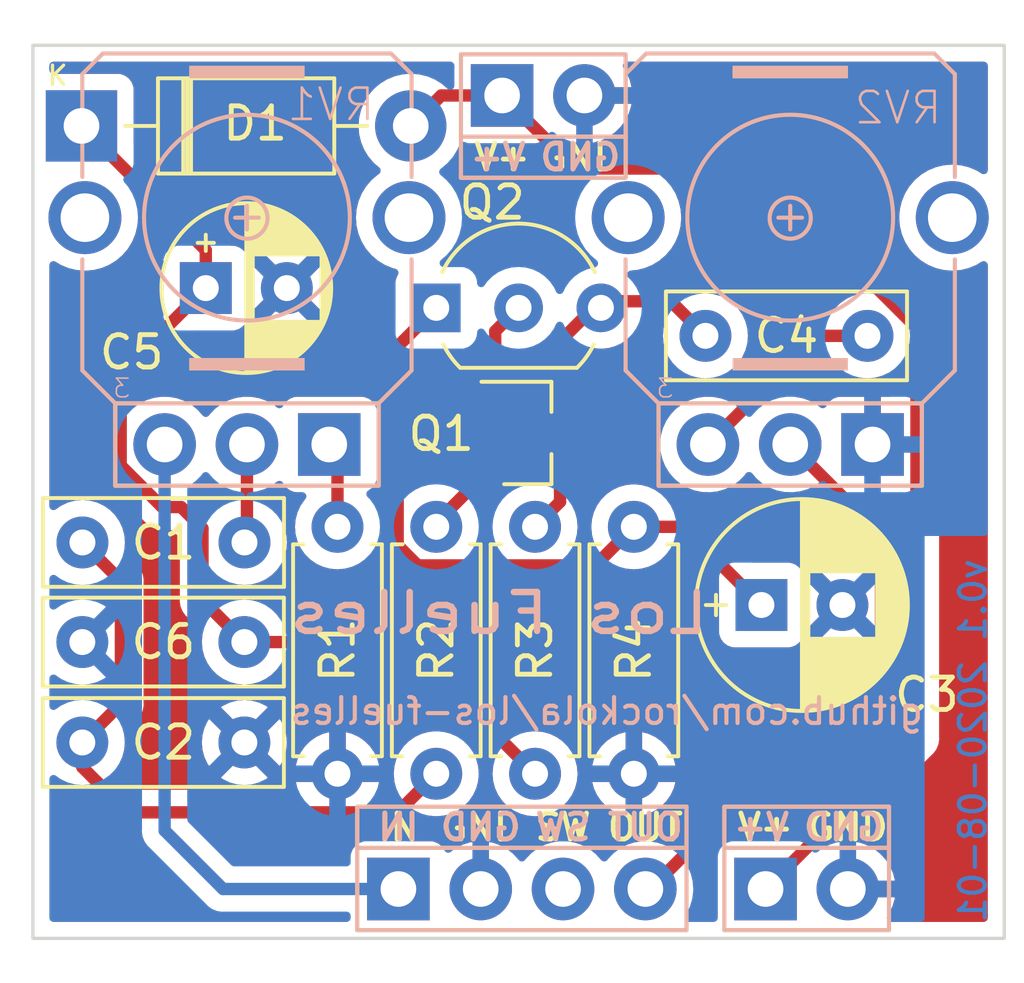
<source format=kicad_pcb>
(kicad_pcb (version 20211014) (generator pcbnew)
  (layers (0 "F.Cu" signal) (31 "B.Cu" signal) (34 "B.Paste" user) (35 "F.Paste" user) (36 "B.SilkS" user "B.Silkscreen") (37 "F.SilkS" user "F.Silkscreen") (38 "B.Mask" user) (39 "F.Mask" user) (44 "Edge.Cuts" user))
  (property "DATE" "2020-08-01")
  (property "PROJECT_URL" "github.com/rockola/los-fuelles")
  (property "REVISION" "v0.1")
  (property "TITLE" "Los Fuelles")
  (net 0 "")
  (net 1 "Net-(C1-Pad2)")
  (net 2 "Net-(C1-Pad1)")
  (net 3 "GND")
  (net 4 "Net-(C3-Pad1)")
  (net 5 "Net-(C4-Pad2)")
  (net 6 "Net-(C4-Pad1)")
  (net 7 "+9V")
  (net 8 "Net-(D1-Pad2)")
  (net 9 "IN")
  (net 10 "OUT")
  (net 11 "Net-(Q1-Pad2)")
  (net 12 "Net-(Q1-Pad1)")
  (net 13 "Net-(R1-Pad1)")
  (footprint "rockola_kicad_footprints:C_Box_7.2_2.5" (layer "F.Cu") (at 121.158 107.442)
    (fp_text reference "C6" (at 2.5 0) (layer "F.SilkS"))
    (fp_text value "100n")
    (fp_line (start -1.22 -1.37) (end -1.22 1.37) (layer "F.SilkS") (width 0.12))
    (fp_line (start -1.22 1.37) (end 6.22 1.37) (layer "F.SilkS") (width 0.12))
    (fp_line (start -1.22 -1.37) (end 6.22 -1.37) (layer "F.SilkS") (width 0.12))
    (fp_line (start 6.22 -1.37) (end 6.22 1.37) (layer "F.SilkS") (width 0.12))
    (pad "1" thru_hole circle locked (at 0 0) (size 1.6 1.6) (drill 0.8) (layers *.Cu *.Mask) (net 3 "GND"))
    (pad "2" thru_hole circle locked (at 5 0) (size 1.6 1.6) (drill 0.8) (layers *.Cu *.Mask) (net 7 "+9V"))
  )
  (footprint "rockola_kicad_footprints:R_DIN0207" (layer "F.Cu") (at 135.128 111.506 90)
    (fp_text reference "R3" (at 3.81 0 90) (layer "F.SilkS"))
    (fp_text value "22k")
    (fp_line (start 7.08 -1.37) (end 7.08 -1.04) (layer "F.SilkS") (width 0.12))
    (fp_line (start 0.54 1.04) (end 0.54 1.37) (layer "F.SilkS") (width 0.12))
    (fp_line (start 0.54 1.37) (end 7.08 1.37) (layer "F.SilkS") (width 0.12))
    (fp_line (start 0.54 -1.04) (end 0.54 -1.37) (layer "F.SilkS") (width 0.12))
    (fp_line (start 7.08 1.37) (end 7.08 1.04) (layer "F.SilkS") (width 0.12))
    (fp_line (start 0.54 -1.37) (end 7.08 -1.37) (layer "F.SilkS") (width 0.12))
    (pad "1" thru_hole circle locked (at 0 0 90) (size 1.6 1.6) (drill 0.8) (layers *.Cu *.Mask) (net 7 "+9V"))
    (pad "2" thru_hole oval locked (at 7.62 0 90) (size 1.6 1.6) (drill 0.8) (layers *.Cu *.Mask) (net 6 "Net-(C4-Pad1)"))
  )
  (footprint "potentiometers:9MM_METAL_SHAFT" (layer "F.Cu") (at 126.238 101.346)
    (fp_text reference "RV1" (at 2.5908 -10.4902) (layer "B.SilkS") (effects (font (size 0.9652 0.9652) (thickness 0.08128)) (justify mirror)))
    (fp_text value "Gain B250k" hide)
    (fp_text user "3" (at -3.556 -1.397) (layer "B.SilkS") (effects (font (size 0.57912 0.57912) (thickness 0.048768)) (justify left bottom mirror)))
    (fp_line (start 4.064 1.27) (end -4.064 1.27) (layer "B.SilkS") (width 0.127))
    (fp_line (start -5.08 -11.43) (end -5.08 -8.255) (layer "B.SilkS") (width 0.127))
    (fp_line (start 4.064 -1.27) (end 5.08 -2.286) (layer "B.SilkS") (width 0.127))
    (fp_line (start 5.08 -2.286) (end 5.08 -5.715) (layer "B.SilkS") (width 0.127))
    (fp_line (start 0 -7.365) (end 0 -6.635) (layer "B.SilkS") (width 0.127))
    (fp_line (start 5.08 -11.43) (end 5.08 -8.255) (layer "B.SilkS") (width 0.127))
    (fp_line (start -5.08 -2.286) (end -5.08 -5.715) (layer "B.SilkS") (width 0.127))
    (fp_line (start -4.064 1.27) (end -4.064 -1.27) (layer "B.SilkS") (width 0.127))
    (fp_line (start 4.064 -1.27) (end 4.064 1.27) (layer "B.SilkS") (width 0.127))
    (fp_line (start -4.445 -12.065) (end 4.445 -12.065) (layer "B.SilkS") (width 0.127))
    (fp_line (start -4.064 -1.27) (end 4.064 -1.27) (layer "B.SilkS") (width 0.127))
    (fp_line (start -0.365 -7) (end 0.365 -7) (layer "B.SilkS") (width 0.127))
    (fp_line (start -5.08 -11.43) (end -4.445 -12.065) (layer "B.SilkS") (width 0.127))
    (fp_line (start 4.445 -12.065) (end 5.08 -11.43) (layer "B.SilkS") (width 0.127))
    (fp_line (start -5.08 -2.286) (end -4.064 -1.27) (layer "B.SilkS") (width 0.127))
    (fp_circle (center 0 -6.985) (end 0.635 -6.985) (layer "B.SilkS") (width 0.127) (fill none))
    (fp_circle (center 0 -7) (end 3.175 -7) (layer "B.SilkS") (width 0.127) (fill none))
    (fp_poly (pts (xy -1.778 -11.303) (xy 1.778 -11.303) (xy 1.778 -11.684) (xy -1.778 -11.684)) (layer "B.SilkS") (width 0) (fill solid))
    (fp_poly (pts (xy -1.778 -2.286) (xy 1.778 -2.286) (xy 1.778 -2.667) (xy -1.778 -2.667)) (layer "B.SilkS") (width 0) (fill solid))
    (fp_line (start -4.064 1.27) (end 4.064 1.27) (layer "F.SilkS") (width 0.127))
    (fp_line (start 4.064 -1.27) (end -4.064 -1.27) (layer "F.SilkS") (width 0.127))
    (fp_line (start 4.064 1.27) (end 4.064 -1.27) (layer "F.SilkS") (width 0.127))
    (fp_line (start -4.064 -1.27) (end -4.064 1.27) (layer "F.SilkS") (width 0.127))
    (fp_poly (pts (xy -1.778 -2.286) (xy 1.778 -2.286) (xy 1.778 -2.667) (xy -1.778 -2.667)) (layer "F.SilkS") (width 0) (fill solid))
    (fp_poly (pts (xy -1.778 -11.303) (xy 1.778 -11.303) (xy 1.778 -11.684) (xy -1.778 -11.684)) (layer "F.SilkS") (width 0) (fill solid))
    (pad "" thru_hole oval locked (at 5 -7) (size 2.25 2.25) (drill 1.5) (layers *.Cu *.Mask))
    (pad "" thru_hole oval locked (at -5 -7) (size 2.25 2.25) (drill 1.5) (layers *.Cu *.Mask))
    (pad "1" thru_hole rect locked (at 2.54 0) (size 1.9304 1.9304) (drill 1.1) (layers *.Cu *.Mask) (net 13 "Net-(R1-Pad1)"))
    (pad "2" thru_hole oval locked (at 0 0) (size 1.9304 1.9304) (drill 1.1) (layers *.Cu *.Mask) (net 2 "Net-(C1-Pad1)"))
    (pad "3" thru_hole oval locked (at -2.54 0) (size 1.9304 1.9304) (drill 1.1) (layers *.Cu *.Mask) (net 9 "IN"))
  )
  (footprint "rockola_kicad_footprints:R_DIN0207" (layer "F.Cu") (at 132.08 111.506 90)
    (fp_text reference "R2" (at 3.81 0 90) (layer "F.SilkS"))
    (fp_text value "10k")
    (fp_line (start 7.08 -1.37) (end 7.08 -1.04) (layer "F.SilkS") (width 0.12))
    (fp_line (start 0.54 -1.04) (end 0.54 -1.37) (layer "F.SilkS") (width 0.12))
    (fp_line (start 7.08 1.37) (end 7.08 1.04) (layer "F.SilkS") (width 0.12))
    (fp_line (start 0.54 -1.37) (end 7.08 -1.37) (layer "F.SilkS") (width 0.12))
    (fp_line (start 0.54 1.04) (end 0.54 1.37) (layer "F.SilkS") (width 0.12))
    (fp_line (start 0.54 1.37) (end 7.08 1.37) (layer "F.SilkS") (width 0.12))
    (pad "1" thru_hole circle locked (at 0 0 90) (size 1.6 1.6) (drill 0.8) (layers *.Cu *.Mask) (net 1 "Net-(C1-Pad2)"))
    (pad "2" thru_hole oval locked (at 7.62 0 90) (size 1.6 1.6) (drill 0.8) (layers *.Cu *.Mask) (net 11 "Net-(Q1-Pad2)"))
  )
  (footprint "rockola_kicad_footprints:C_Box_7.2_2.5" (layer "F.Cu") (at 140.3858 97.9932)
    (fp_text reference "C4" (at 2.5 0) (layer "F.SilkS"))
    (fp_text value "68n")
    (fp_line (start -1.22 1.37) (end 6.22 1.37) (layer "F.SilkS") (width 0.12))
    (fp_line (start -1.22 -1.37) (end 6.22 -1.37) (layer "F.SilkS") (width 0.12))
    (fp_line (start 6.22 -1.37) (end 6.22 1.37) (layer "F.SilkS") (width 0.12))
    (fp_line (start -1.22 -1.37) (end -1.22 1.37) (layer "F.SilkS") (width 0.12))
    (pad "1" thru_hole circle locked (at 0 0) (size 1.6 1.6) (drill 0.8) (layers *.Cu *.Mask) (net 6 "Net-(C4-Pad1)"))
    (pad "2" thru_hole circle locked (at 5 0) (size 1.6 1.6) (drill 0.8) (layers *.Cu *.Mask) (net 5 "Net-(C4-Pad2)"))
  )
  (footprint "rockola_kicad_footprints:C_Box_7.2_2.5" (layer "F.Cu") (at 121.158 110.5408)
    (fp_text reference "C2" (at 2.5 0) (layer "F.SilkS"))
    (fp_text value "1n")
    (fp_line (start -1.22 1.37) (end 6.22 1.37) (layer "F.SilkS") (width 0.12))
    (fp_line (start -1.22 -1.37) (end -1.22 1.37) (layer "F.SilkS") (width 0.12))
    (fp_line (start 6.22 -1.37) (end 6.22 1.37) (layer "F.SilkS") (width 0.12))
    (fp_line (start -1.22 -1.37) (end 6.22 -1.37) (layer "F.SilkS") (width 0.12))
    (pad "1" thru_hole circle locked (at 0 0) (size 1.6 1.6) (drill 0.8) (layers *.Cu *.Mask) (net 1 "Net-(C1-Pad2)"))
    (pad "2" thru_hole circle locked (at 5 0) (size 1.6 1.6) (drill 0.8) (layers *.Cu *.Mask) (net 3 "GND"))
  )
  (footprint "rockola_kicad_footprints:R_DIN0207" (layer "F.Cu") (at 129.032 103.886 -90)
    (fp_text reference "R1" (at 3.81 0 90) (layer "F.SilkS"))
    (fp_text value "10k")
    (fp_line (start 7.08 1.37) (end 7.08 1.04) (layer "F.SilkS") (width 0.12))
    (fp_line (start 0.54 1.04) (end 0.54 1.37) (layer "F.SilkS") (width 0.12))
    (fp_line (start 0.54 -1.37) (end 7.08 -1.37) (layer "F.SilkS") (width 0.12))
    (fp_line (start 0.54 -1.04) (end 0.54 -1.37) (layer "F.SilkS") (width 0.12))
    (fp_line (start 7.08 -1.37) (end 7.08 -1.04) (layer "F.SilkS") (width 0.12))
    (fp_line (start 0.54 1.37) (end 7.08 1.37) (layer "F.SilkS") (width 0.12))
    (pad "1" thru_hole circle locked (at 0 0 270) (size 1.6 1.6) (drill 0.8) (layers *.Cu *.Mask) (net 13 "Net-(R1-Pad1)"))
    (pad "2" thru_hole oval locked (at 7.62 0 270) (size 1.6 1.6) (drill 0.8) (layers *.Cu *.Mask) (net 3 "GND"))
  )
  (footprint "rockola_kicad_footprints:C_Box_7.2_2.5" (layer "F.Cu") (at 126.1618 104.3686 180)
    (fp_text reference "C1" (at 2.5 0) (layer "F.SilkS"))
    (fp_text value "22n")
    (fp_line (start 6.22 -1.37) (end 6.22 1.37) (layer "F.SilkS") (width 0.12))
    (fp_line (start -1.22 -1.37) (end 6.22 -1.37) (layer "F.SilkS") (width 0.12))
    (fp_line (start -1.22 -1.37) (end -1.22 1.37) (layer "F.SilkS") (width 0.12))
    (fp_line (start -1.22 1.37) (end 6.22 1.37) (layer "F.SilkS") (width 0.12))
    (pad "1" thru_hole circle locked (at 0 0 180) (size 1.6 1.6) (drill 0.8) (layers *.Cu *.Mask) (net 2 "Net-(C1-Pad1)"))
    (pad "2" thru_hole circle locked (at 5 0 180) (size 1.6 1.6) (drill 0.8) (layers *.Cu *.Mask) (net 1 "Net-(C1-Pad2)"))
  )
  (footprint "Diode_THT:D_DO-41_SOD81_P10.16mm_Horizontal" (layer "F.Cu") (at 121.1326 91.5162)
    (fp_text reference "D1" (at 5.3594 -0.0762) (layer "F.SilkS"))
    (fp_text value "1N5817")
    (fp_text user "K" (at -0.7366 -1.5494) (layer "F.SilkS") (effects (font (size 0.6 0.6) (thickness 0.1))))
    (fp_line (start 3.26 -1.47) (end 3.26 1.47) (layer "F.SilkS") (width 0.12))
    (fp_line (start 3.14 -1.47) (end 3.14 1.47) (layer "F.SilkS") (width 0.12))
    (fp_line (start 2.36 1.47) (end 7.8 1.47) (layer "F.SilkS") (width 0.12))
    (fp_line (start 8.82 0) (end 7.8 0) (layer "F.SilkS") (width 0.12))
    (fp_line (start 1.34 0) (end 2.36 0) (layer "F.SilkS") (width 0.12))
    (fp_line (start 7.8 1.47) (end 7.8 -1.47) (layer "F.SilkS") (width 0.12))
    (fp_line (start 7.8 -1.47) (end 2.36 -1.47) (layer "F.SilkS") (width 0.12))
    (fp_line (start 2.36 -1.47) (end 2.36 1.47) (layer "F.SilkS") (width 0.12))
    (fp_line (start 3.38 -1.47) (end 3.38 1.47) (layer "F.SilkS") (width 0.12))
    (pad "1" thru_hole rect locked (at 0 0) (size 2.2 2.2) (drill 1.1) (layers *.Cu *.Mask) (net 7 "+9V"))
    (pad "2" thru_hole oval locked (at 10.16 0) (size 2.2 2.2) (drill 1.1) (layers *.Cu *.Mask) (net 8 "Net-(D1-Pad2)"))
  )
  (footprint "rockola_kicad_footprints:CP_D6.3_P2.50" (layer "F.Cu") (at 142.113 106.299)
    (fp_text reference "C3" (at 5.1054 2.7686) (layer "F.SilkS"))
    (fp_text value "100u")
    (fp_line (start 3.771 -2.044) (end 3.771 2.044) (layer "F.SilkS") (width 0.12))
    (fp_line (start 2.291 -3.061) (end 2.291 -1.04) (layer "F.SilkS") (width 0.12))
    (fp_line (start 2.731 1.04) (end 2.731 2.876) (layer "F.SilkS") (width 0.12))
    (fp_line (start 1.29 -3.23) (end 1.29 3.23) (layer "F.SilkS") (width 0.12))
    (fp_line (start 3.411 1.04) (end 3.411 2.416) (layer "F.SilkS") (width 0.12))
    (fp_line (start 1.61 1.04) (end 1.61 3.211) (layer "F.SilkS") (width 0.12))
    (fp_line (start 1.93 1.04) (end 1.93 3.159) (layer "F.SilkS") (width 0.12))
    (fp_line (start 2.531 1.04) (end 2.531 2.97) (layer "F.SilkS") (width 0.12))
    (fp_line (start 3.451 1.04) (end 3.451 2.38) (layer "F.SilkS") (width 0.12))
    (fp_line (start 2.251 -3.074) (end 2.251 -1.04) (layer "F.SilkS") (width 0.12))
    (fp_line (start 1.57 -3.215) (end 1.57 -1.04) (layer "F.SilkS") (width 0.12))
    (fp_line (start 1.53 1.04) (end 1.53 3.218) (layer "F.SilkS") (width 0.12))
    (fp_line (start 2.851 -2.812) (end 2.851 -1.04) (layer "F.SilkS") (width 0.12))
    (fp_line (start 4.251 -1.262) (end 4.251 1.262) (layer "F.SilkS") (width 0.12))
    (fp_line (start 1.25 -3.23) (end 1.25 3.23) (layer "F.SilkS") (width 0.12))
    (fp_line (start 2.171 1.04) (end 2.171 3.098) (layer "F.SilkS") (width 0.12))
    (fp_line (start 3.891 -1.89) (end 3.891 1.89) (layer "F.SilkS") (width 0.12))
    (fp_line (start 2.211 -3.086) (end 2.211 -1.04) (layer "F.SilkS") (width 0.12))
    (fp_line (start 2.611 -2.934) (end 2.611 -1.04) (layer "F.SilkS") (width 0.12))
    (fp_line (start 2.571 -2.952) (end 2.571 -1.04) (layer "F.SilkS") (width 0.12))
    (fp_line (start 1.85 1.04) (end 1.85 3.175) (layer "F.SilkS") (width 0.12))
    (fp_line (start 4.291 -1.165) (end 4.291 1.165) (layer "F.SilkS") (width 0.12))
    (fp_line (start -1.717 0) (end -1.087 0) (layer "F.SilkS") (width 0.12))
    (fp_line (start 2.051 1.04) (end 2.051 3.131) (layer "F.SilkS") (width 0.12))
    (fp_line (start 3.051 1.04) (end 3.051 2.69) (layer "F.SilkS") (width 0.12))
    (fp_line (start 3.051 -2.69) (end 3.051 -1.04) (layer "F.SilkS") (width 0.12))
    (fp_line (start 3.131 -2.636) (end 3.131 -1.04) (layer "F.SilkS") (width 0.12))
    (fp_line (start 1.93 -3.159) (end 1.93 -1.04) (layer "F.SilkS") (width 0.12))
    (fp_line (start 4.091 -1.581) (end 4.091 1.581) (layer "F.SilkS") (width 0.12))
    (fp_line (start 2.811 1.04) (end 2.811 2.834) (layer "F.SilkS") (width 0.12))
    (fp_line (start 4.451 -0.633) (end 4.451 0.633) (layer "F.SilkS") (width 0.12))
    (fp_line (start 2.851 1.04) (end 2.851 2.812) (layer "F.SilkS") (width 0.12))
    (fp_line (start 3.251 -2.548) (end 3.251 -1.04) (layer "F.SilkS") (width 0.12))
    (fp_line (start 3.611 -2.224) (end 3.611 2.224) (layer "F.SilkS") (width 0.12))
    (fp_line (start 2.931 1.04) (end 2.931 2.766) (layer "F.SilkS") (width 0.12))
    (fp_line (start 2.011 1.04) (end 2.011 3.141) (layer "F.SilkS") (width 0.12))
    (fp_line (start 3.451 -2.38) (end 3.451 -1.04) (layer "F.SilkS") (width 0.12))
    (fp_line (start 3.491 -2.343) (end 3.491 -1.04) (layer "F.SilkS") (width 0.12))
    (fp_line (start 4.211 -1.35) (end 4.211 1.35) (layer "F.SilkS") (width 0.12))
    (fp_line (start 2.651 -2.916) (end 2.651 -1.04) (layer "F.SilkS") (width 0.12))
    (fp_line (start 2.771 1.04) (end 2.771 2.856) (layer "F.SilkS") (width 0.12))
    (fp_line (start 3.011 -2.716) (end 3.011 -1.04) (layer "F.SilkS") (width 0.12))
    (fp_line (start 2.451 -3.002) (end 2.451 -1.04) (layer "F.SilkS") (width 0.12))
    (fp_line (start 2.331 1.04) (end 2.331 3.047) (layer "F.SilkS") (width 0.12))
    (fp_line (start 2.571 1.04) (end 2.571 2.952) (layer "F.SilkS") (width 0.12))
    (fp_line (start 4.051 -1.65) (end 4.051 1.65) (layer "F.SilkS") (width 0.12))
    (fp_line (start 3.171 1.04) (end 3.171 2.607) (layer "F.SilkS") (width 0.12))
    (fp_line (start 2.691 1.04) (end 2.691 2.896) (layer "F.SilkS") (width 0.12))
    (fp_line (start 1.77 -3.189) (end 1.77 -1.04) (layer "F.SilkS") (width 0.12))
    (fp_line (start 1.37 -3.228) (end 1.37 3.228) (layer "F.SilkS") (width 0.12))
    (fp_line (start 3.971 -1.776) (end 3.971 1.776) (layer "F.SilkS") (width 0.12))
    (fp_line (start 2.611 1.04) (end 2.611 2.934) (layer "F.SilkS") (width 0.12))
    (fp_line (start 2.411 1.04) (end 2.411 3.018) (layer "F.SilkS") (width 0.12))
    (fp_line (start 1.49 -3.222) (end 1.49 -1.04) (layer "F.SilkS") (width 0.12))
    (fp_line (start 3.531 1.04) (end 3.531 2.305) (layer "F.SilkS") (width 0.12))
    (fp_line (start 3.811 -1.995) (end 3.811 1.995) (layer "F.SilkS") (width 0.12))
    (fp_line (start 2.291 1.04) (end 2.291 3.061) (layer "F.SilkS") (width 0.12))
    (fp_line (start 3.331 -2.484) (end 3.331 -1.04) (layer "F.SilkS") (width 0.12))
    (fp_line (start 2.971 -2.742) (end 2.971 -1.04) (layer "F.SilkS") (width 0.12))
    (fp_line (start 2.891 -2.79) (end 2.891 -1.04) (layer "F.SilkS") (width 0.12))
    (fp_line (start 1.89 -3.167) (end 1.89 -1.04) (layer "F.SilkS") (width 0.12))
    (fp_line (start 2.531 -2.97) (end 2.531 -1.04) (layer "F.SilkS") (width 0.12))
    (fp_line (start 2.691 -2.896) (end 2.691 -1.04) (layer "F.SilkS") (width 0.12))
    (fp_line (start 3.491 1.04) (end 3.491 2.343) (layer "F.SilkS") (width 0.12))
    (fp_line (start 2.651 1.04) (end 2.651 2.916) (layer "F.SilkS") (width 0.12))
    (fp_line (start 2.931 -2.766) (end 2.931 -1.04) (layer "F.SilkS") (width 0.12))
    (fp_line (start 3.411 -2.416) (end 3.411 -1.04) (layer "F.SilkS") (width 0.12))
    (fp_line (start 1.57 1.04) (end 1.57 3.215) (layer "F.SilkS") (width 0.12))
    (fp_line (start 1.73 1.04) (end 1.73 3.195) (layer "F.SilkS") (width 0.12))
    (fp_line (start 2.131 -3.11) (end 2.131 -1.04) (layer "F.SilkS") (width 0.12))
    (fp_line (start 3.251 1.04) (end 3.251 2.548) (layer "F.SilkS") (width 0.12))
    (fp_line (start 3.131 1.04) (end 3.131 2.636) (layer "F.SilkS") (width 0.12))
    (fp_line (start 2.331 -3.047) (end 2.331 -1.04) (layer "F.SilkS") (width 0.12))
    (fp_line (start 2.891 1.04) (end 2.891 2.79) (layer "F.SilkS") (width 0.12))
    (fp_line (start 3.571 -2.265) (end 3.571 2.265) (layer "F.SilkS") (width 0.12))
    (fp_line (start 1.61 -3.211) (end 1.61 -1.04) (layer "F.SilkS") (width 0.12))
    (fp_line (start 4.011 -1.714) (end 4.011 1.714) (layer "F.SilkS") (width 0.12))
    (fp_line (start 3.171 -2.607) (end 3.171 -1.04) (layer "F.SilkS") (width 0.12))
    (fp_line (start 1.41 -3.227) (end 1.41 3.227) (layer "F.SilkS") (width 0.12))
    (fp_line (start 2.171 -3.098) (end 2.171 -1.04) (layer "F.SilkS") (width 0.12))
    (fp_line (start 2.971 1.04) (end 2.971 2.742) (layer "F.SilkS") (width 0.12))
    (fp_line (start 1.73 -3.195) (end 1.73 -1.04) (layer "F.SilkS") (width 0.12))
    (fp_line (start 3.731 -2.092) (end 3.731 2.092) (layer "F.SilkS") (width 0.12))
    (fp_line (start 3.651 -2.182) (end 3.651 2.182) (layer "F.SilkS") (width 0.12))
    (fp_line (start 2.131 1.04) (end 2.131 3.11) (layer "F.SilkS") (width 0.12))
    (fp_line (start 4.491 -0.402) (end 4.491 0.402) (layer "F.SilkS") (width 0.12))
    (fp_line (start 1.81 1.04) (end 1.81 3.182) (layer "F.SilkS") (width 0.12))
    (fp_line (start 2.451 1.04) (end 2.451 3.002) (layer "F.SilkS") (width 0.12))
    (fp_line (start 3.091 1.04) (end 3.091 2.664) (layer "F.SilkS") (width 0.12))
    (fp_line (start 1.53 -3.218) (end 1.53 -1.04) (layer "F.SilkS") (width 0.12))
    (fp_line (start 1.45 -3.224) (end 1.45 3.224) (layer "F.SilkS") (width 0.12))
    (fp_line (start 3.331 1.04) (end 3.331 2.484) (layer "F.SilkS") (width 0.12))
    (fp_line (start 2.411 -3.018) (end 2.411 -1.04) (layer "F.SilkS") (width 0.12))
    (fp_line (start 4.371 -0.94) (end 4.371 0.94) (layer "F.SilkS") (width 0.12))
    (fp_line (start 1.81 -3.182) (end 1.81 -1.04) (layer "F.SilkS") (width 0.12))
    (fp_line (start 3.371 -2.45) (end 3.371 -1.04) (layer "F.SilkS") (width 0.12))
    (fp_line (start 2.811 -2.834) (end 2.811 -1.04) (layer "F.SilkS") (width 0.12))
    (fp_line (start 4.131 -1.509) (end 4.131 1.509) (layer "F.SilkS") (width 0.12))
    (fp_line (start 2.251 1.04) (end 2.251 3.074) (layer "F.SilkS") (width 0.12))
    (fp_line (start 3.931 -1.834) (end 3.931 1.834) (layer "F.SilkS") (width 0.12))
    (fp_line (start 1.971 -3.15) (end 1.971 -1.04) (layer "F.SilkS") (width 0.12))
    (fp_line (start 2.211 1.04) (end 2.211 3.086) (layer "F.SilkS") (width 0.12))
    (fp_line (start 1.33 -3.23) (end 1.33 3.23) (layer "F.SilkS") (width 0.12))
    (fp_line (start 3.371 1.04) (end 3.371 2.45) (layer "F.SilkS") (width 0.12))
    (fp_line (start 2.491 1.04) (end 2.491 2.986) (layer "F.SilkS") (width 0.12))
    (fp_line (start 1.65 -3.206) (end 1.65 -1.04) (layer "F.SilkS") (width 0.12))
    (fp_line (start 2.371 -3.033) (end 2.371 -1.04) (layer "F.SilkS") (width 0.12))
    (fp_line (start 3.291 -2.516) (end 3.291 -1.04) (layer "F.SilkS") (width 0.12))
    (fp_line (start 1.65 1.04) (end 1.65 3.206) (layer "F.SilkS") (width 0.12))
    (fp_line (start 4.411 -0.802) (end 4.411 0.802) (layer "F.SilkS") (width 0.12))
    (fp_line (start 3.091 -2.664) (end 3.091 -1.04) (layer "F.SilkS") (width 0.12))
    (fp_line (start 2.091 -3.121) (end 2.091 -1.04) (layer "F.SilkS") (width 0.12))
    (fp_line (start 1.85 -3.175) (end 1.85 -1.04) (layer "F.SilkS") (width 0.12))
    (fp_line (start -1.402 -0.315) (end -1.402 0.315) (layer "F.SilkS") (width 0.12))
    (fp_line (start 1.89 1.04) (end 1.89 3.167) (layer "F.SilkS") (width 0.12))
    (fp_line (start 2.771 -2.856) (end 2.771 -1.04) (layer "F.SilkS") (width 0.12))
    (fp_line (start 2.051 -3.131) (end 2.051 -1.04) (layer "F.SilkS") (width 0.12))
    (fp_line (start 1.77 1.04) (end 1.77 3.189) (layer "F.SilkS") (width 0.12))
    (fp_line (start 2.491 -2.986) (end 2.491 -1.04) (layer "F.SilkS") (width 0.12))
    (fp_line (start 1.971 1.04) (end 1.971 3.15) (layer "F.SilkS") (width 0.12))
    (fp_line (start 2.011 -3.141) (end 2.011 -1.04) (layer "F.SilkS") (width 0.12))
    (fp_line (start 2.091 1.04) (end 2.091 3.121) (layer "F.SilkS") (width 0.12))
    (fp_line (start 2.371 1.04) (end 2.371 3.033) (layer "F.SilkS") (width 0.12))
    (fp_line (start 4.171 -1.432) (end 4.171 1.432) (layer "F.SilkS") (width 0.12))
    (fp_line (start 4.331 -1.059) (end 4.331 1.059) (layer "F.SilkS") (width 0.12))
    (fp_line (start 1.69 1.04) (end 1.69 3.201) (layer "F.SilkS") (width 0.12))
    (fp_line (start 3.691 -2.137) (end 3.691 2.137) (layer "F.SilkS") (width 0.12))
    (fp_line (start 3.011 1.04) (end 3.011 2.716) (layer "F.SilkS") (width 0.12))
    (fp_line (start 3.211 -2.578) (end 3.211 -1.04) (layer "F.SilkS") (width 0.12))
    (fp_line (start 3.291 1.04) (end 3.291 2.516) (layer "F.SilkS") (width 0.12))
    (fp_line (start 3.531 -2.305) (end 3.531 -1.04) (layer "F.SilkS") (width 0.12))
    (fp_line (start 2.731 -2.876) (end 2.731 -1.04) (layer "F.SilkS") (width 0.12))
    (fp_line (start 1.49 1.04) (end 1.49 3.222) (layer "F.SilkS") (width 0.12))
    (fp_line (start 3.211 1.04) (end 3.211 2.578) (layer "F.SilkS") (width 0.12))
    (fp_line (start 1.69 -3.201) (end 1.69 -1.04) (layer "F.SilkS") (width 0.12))
    (fp_line (start 3.851 -1.944) (end 3.851 1.944) (layer "F.SilkS") (width 0.12))
    (fp_circle (center 1.25 0) (end 4.52 0) (layer "F.SilkS") (width 0.12) (fill none))
    (pad "1" thru_hole rect locked (at 0 0) (size 1.6 1.6) (drill 0.8) (layers *.Cu *.Mask) (net 4 "Net-(C3-Pad1)"))
    (pad "2" thru_hole circle locked (at 2.5 0) (size 1.6 1.6) (drill 0.8) (layers *.Cu *.Mask) (net 3 "GND"))
  )
  (footprint "rockola_kicad_footprints:CP_D5.0_P2.50" (layer "F.Cu") (at 124.968 96.52)
    (fp_text reference "C5" (at -2.286 1.9812) (layer "F.SilkS"))
    (fp_text value "47u")
    (fp_line (start 1.81 1.04) (end 1.81 2.52) (layer "F.SilkS") (width 0.12))
    (fp_line (start 1.57 -2.561) (end 1.57 -1.04) (layer "F.SilkS") (width 0.12))
    (fp_line (start 3.051 1.04) (end 3.051 1.864) (layer "F.SilkS") (width 0.12))
    (fp_line (start 1.41 -2.576) (end 1.41 2.576) (layer "F.SilkS") (width 0.12))
    (fp_line (start 2.891 1.04) (end 2.891 2.004) (layer "F.SilkS") (width 0.12))
    (fp_line (start 3.531 1.04) (end 3.531 1.251) (layer "F.SilkS") (width 0.12))
    (fp_line (start 2.811 -2.065) (end 2.811 -1.04) (layer "F.SilkS") (width 0.12))
    (fp_line (start 1.25 -2.58) (end 1.25 2.58) (layer "F.SilkS") (width 0.12))
    (fp_line (start 3.491 1.04) (end 3.491 1.319) (layer "F.SilkS") (width 0.12))
    (fp_line (start 2.411 1.04) (end 2.411 2.31) (layer "F.SilkS") (width 0.12))
    (fp_line (start 1.85 1.04) (end 1.85 2.511) (layer "F.SilkS") (width 0.12))
    (fp_line (start 2.331 1.04) (end 2.331 2.348) (layer "F.SilkS") (width 0.12))
    (fp_line (start 2.131 1.04) (end 2.131 2.428) (layer "F.SilkS") (width 0.12))
    (fp_line (start 2.131 -2.428) (end 2.131 -1.04) (layer "F.SilkS") (width 0.12))
    (fp_line (start 1.49 -2.569) (end 1.49 -1.04) (layer "F.SilkS") (width 0.12))
    (fp_line (start 3.691 -0.915) (end 3.691 0.915) (layer "F.SilkS") (width 0.12))
    (fp_line (start 2.851 1.04) (end 2.851 2.035) (layer "F.SilkS") (width 0.12))
    (fp_line (start 3.331 1.04) (end 3.331 1.554) (layer "F.SilkS") (width 0.12))
    (fp_line (start 1.53 -2.565) (end 1.53 -1.04) (layer "F.SilkS") (width 0.12))
    (fp_line (start 3.291 1.04) (end 3.291 1.605) (layer "F.SilkS") (width 0.12))
    (fp_line (start 1.53 1.04) (end 1.53 2.565) (layer "F.SilkS") (width 0.12))
    (fp_line (start 3.371 1.04) (end 3.371 1.5) (layer "F.SilkS") (width 0.12))
    (fp_line (start 2.851 -2.035) (end 2.851 -1.04) (layer "F.SilkS") (width 0.12))
    (fp_line (start 3.251 1.04) (end 3.251 1.653) (layer "F.SilkS") (width 0.12))
    (fp_line (start 2.811 1.04) (end 2.811 2.065) (layer "F.SilkS") (width 0.12))
    (fp_line (start 2.451 1.04) (end 2.451 2.29) (layer "F.SilkS") (width 0.12))
    (fp_line (start 2.931 -1.971) (end 2.931 -1.04) (layer "F.SilkS") (width 0.12))
    (fp_line (start 3.011 -1.901) (end 3.011 -1.04) (layer "F.SilkS") (width 0.12))
    (fp_line (start 3.011 1.04) (end 3.011 1.901) (layer "F.SilkS") (width 0.12))
    (fp_line (start 2.451 -2.29) (end 2.451 -1.04) (layer "F.SilkS") (width 0.12))
    (fp_line (start 3.811 -0.518) (end 3.811 0.518) (layer "F.SilkS") (width 0.12))
    (fp_line (start 3.611 -1.098) (end 3.611 1.098) (layer "F.SilkS") (width 0.12))
    (fp_line (start 2.251 -2.382) (end 2.251 -1.04) (layer "F.SilkS") (width 0.12))
    (fp_line (start 2.971 -1.937) (end 2.971 -1.04) (layer "F.SilkS") (width 0.12))
    (fp_line (start 2.971 1.04) (end 2.971 1.937) (layer "F.SilkS") (width 0.12))
    (fp_line (start 3.051 -1.864) (end 3.051 -1.04) (layer "F.SilkS") (width 0.12))
    (fp_line (start 1.65 -2.55) (end 1.65 -1.04) (layer "F.SilkS") (width 0.12))
    (fp_line (start 1.971 1.04) (end 1.971 2.48) (layer "F.SilkS") (width 0.12))
    (fp_line (start 2.891 -2.004) (end 2.891 -1.04) (layer "F.SilkS") (width 0.12))
    (fp_line (start 2.651 1.04) (end 2.651 2.175) (layer "F.SilkS") (width 0.12))
    (fp_line (start 1.971 -2.48) (end 1.971 -1.04) (layer "F.SilkS") (width 0.12))
    (fp_line (start 1.29 -2.58) (end 1.29 2.58) (layer "F.SilkS") (width 0.12))
    (fp_line (start 3.451 -1.383) (end 3.451 -1.04) (layer "F.SilkS") (width 0.12))
    (fp_line (start 2.571 1.04) (end 2.571 2.224) (layer "F.SilkS") (width 0.12))
    (fp_line (start 2.731 -2.122) (end 2.731 -1.04) (layer "F.SilkS") (width 0.12))
    (fp_line (start 2.611 1.04) (end 2.611 2.2) (layer "F.SilkS") (width 0.12))
    (fp_line (start 3.171 -1.743) (end 3.171 -1.04) (layer "F.SilkS") (width 0.12))
    (fp_line (start 1.73 -2.536) (end 1.73 -1.04) (layer "F.SilkS") (width 0.12))
    (fp_line (start 2.571 -2.224) (end 2.571 -1.04) (layer "F.SilkS") (width 0.12))
    (fp_line (start 3.451 1.04) (end 3.451 1.383) (layer "F.SilkS") (width 0.12))
    (fp_line (start 2.171 -2.414) (end 2.171 -1.04) (layer "F.SilkS") (width 0.12))
    (fp_line (start 3.851 -0.284) (end 3.851 0.284) (layer "F.SilkS") (width 0.12))
    (fp_line (start 3.291 -1.605) (end 3.291 -1.04) (layer "F.SilkS") (width 0.12))
    (fp_line (start 1.77 -2.528) (end 1.77 -1.04) (layer "F.SilkS") (width 0.12))
    (fp_line (start 2.371 1.04) (end 2.371 2.329) (layer "F.SilkS") (width 0.12))
    (fp_line (start 2.251 1.04) (end 2.251 2.382) (layer "F.SilkS") (width 0.12))
    (fp_line (start 1.89 1.04) (end 1.89 2.501) (layer "F.SilkS") (width 0.12))
    (fp_line (start 2.291 1.04) (end 2.291 2.365) (layer "F.SilkS") (width 0.12))
    (fp_line (start 2.731 1.04) (end 2.731 2.122) (layer "F.SilkS") (width 0.12))
    (fp_line (start 3.531 -1.251) (end 3.531 -1.04) (layer "F.SilkS") (width 0.12))
    (fp_line (start 2.371 -2.329) (end 2.371 -1.04) (layer "F.SilkS") (width 0.12))
    (fp_line (start 3.731 -0.805) (end 3.731 0.805) (layer "F.SilkS") (width 0.12))
    (fp_line (start 3.211 -1.699) (end 3.211 -1.04) (layer "F.SilkS") (width 0.12))
    (fp_line (start 2.491 -2.268) (end 2.491 -1.04) (layer "F.SilkS") (width 0.12))
    (fp_line (start 3.171 1.04) (end 3.171 1.743) (layer "F.SilkS") (width 0.12))
    (fp_line (start 2.531 -2.247) (end 2.531 -1.04) (layer "F.SilkS") (width 0.12))
    (fp_line (start 2.051 -2.455) (end 2.051 -1.04) (layer "F.SilkS") (width 0.12))
    (fp_line (start 3.091 -1.826) (end 3.091 -1.04) (layer "F.SilkS") (width 0.12))
    (fp_line (start 3.131 1.04) (end 3.131 1.785) (layer "F.SilkS") (width 0.12))
    (fp_line (start 1.57 1.04) (end 1.57 2.561) (layer "F.SilkS") (width 0.12))
    (fp_line (start 0 -1.647) (end 0 -1.147) (layer "F.SilkS") (width 0.12))
    (fp_line (start 3.411 1.04) (end 3.411 1.443) (layer "F.SilkS") (width 0.12))
    (fp_line (start 1.37 -2.578) (end 1.37 2.578) (layer "F.SilkS") (width 0.12))
    (fp_line (start 2.931 1.04) (end 2.931 1.971) (layer "F.SilkS") (width 0.12))
    (fp_line (start 3.131 -1.785) (end 3.131 -1.04) (layer "F.SilkS") (width 0.12))
    (fp_line (start 3.331 -1.554) (end 3.331 -1.04) (layer "F.SilkS") (width 0.12))
    (fp_line (start -0.25 -1.397) (end 0.25 -1.397) (layer "F.SilkS") (width 0.12))
    (fp_line (start 1.33 -2.579) (end 1.33 2.579) (layer "F.SilkS") (width 0.12))
    (fp_line (start 1.49 1.04) (end 1.49 2.569) (layer "F.SilkS") (width 0.12))
    (fp_line (start 2.691 1.04) (end 2.691 2.149) (layer "F.SilkS") (width 0.12))
    (fp_line (start 2.011 -2.468) (end 2.011 -1.04) (layer "F.SilkS") (width 0.12))
    (fp_line (start 3.091 1.04) (end 3.091 1.826) (layer "F.SilkS") (width 0.12))
    (fp_line (start 3.371 -1.5) (end 3.371 -1.04) (layer "F.SilkS") (width 0.12))
    (fp_line (start 3.251 -1.653) (end 3.251 -1.04) (layer "F.SilkS") (width 0.12))
    (fp_line (start 3.651 -1.011) (end 3.651 1.011) (layer "F.SilkS") (width 0.12))
    (fp_line (start 3.571 -1.178) (end 3.571 1.178) (layer "F.SilkS") (width 0.12))
    (fp_line (start 1.93 -2.491) (end 1.93 -1.04) (layer "F.SilkS") (width 0.12))
    (fp_line (start 2.011 1.04) (end 2.011 2.468) (layer "F.SilkS") (width 0.12))
    (fp_line (start 1.85 -2.511) (end 1.85 -1.04) (layer "F.SilkS") (width 0.12))
    (fp_line (start 2.651 -2.175) (end 2.651 -1.04) (layer "F.SilkS") (width 0.12))
    (fp_line (start 2.411 -2.31) (end 2.411 -1.04) (layer "F.SilkS") (width 0.12))
    (fp_line (start 3.411 -1.443) (end 3.411 -1.04) (layer "F.SilkS") (width 0.12))
    (fp_line (start 3.771 -0.677) (end 3.771 0.677) (layer "F.SilkS") (width 0.12))
    (fp_line (start 1.69 -2.543) (end 1.69 -1.04) (layer "F.SilkS") (width 0.12))
    (fp_line (start 1.81 -2.52) (end 1.81 -1.04) (layer "F.SilkS") (width 0.12))
    (fp_line (start 1.77 1.04) (end 1.77 2.528) (layer "F.SilkS") (width 0.12))
    (fp_line (start 2.091 1.04) (end 2.091 2.442) (layer "F.SilkS") (width 0.12))
    (fp_line (start 1.65 1.04) (end 1.65 2.55) (layer "F.SilkS") (width 0.12))
    (fp_line (start 1.61 -2.556) (end 1.61 -1.04) (layer "F.SilkS") (width 0.12))
    (fp_line (start 3.491 -1.319) (end 3.491 -1.04) (layer "F.SilkS") (width 0.12))
    (fp_line (start 2.051 1.04) (end 2.051 2.455) (layer "F.SilkS") (width 0.12))
    (fp_line (start 2.331 -2.348) (end 2.331 -1.04) (layer "F.SilkS") (width 0.12))
    (fp_line (start 2.171 1.04) (end 2.171 2.414) (layer "F.SilkS") (width 0.12))
    (fp_line (start 2.611 -2.2) (end 2.611 -1.04) (layer "F.SilkS") (width 0.12))
    (fp_line (start 2.291 -2.365) (end 2.291 -1.04) (layer "F.SilkS") (width 0.12))
    (fp_line (start 2.531 1.04) (end 2.531 2.247) (layer "F.SilkS") (width 0.12))
    (fp_line (start 2.691 -2.149) (end 2.691 -1.04) (layer "F.SilkS") (width 0.12))
    (fp_line (start 1.69 1.04) (end 1.69 2.543) (layer "F.SilkS") (width 0.12))
    (fp_line (start 2.091 -2.442) (end 2.091 -1.04) (layer "F.SilkS") (width 0.12))
    (fp_line (start 1.61 1.04) (end 1.61 2.556) (layer "F.SilkS") (width 0.12))
    (fp_line (start 1.93 1.04) (end 1.93 2.491) (layer "F.SilkS") (width 0.12))
    (fp_line (start 2.491 1.04) (end 2.491 2.268) (layer "F.SilkS") (width 0.12))
    (fp_line (start 2.771 1.04) (end 2.771 2.095) (layer "F.SilkS") (width 0.12))
    (fp_line (start 1.73 1.04) (end 1.73 2.536) (layer "F.SilkS") (width 0.12))
    (fp_line (start 2.771 -2.095) (end 2.771 -1.04) (layer "F.SilkS") (width 0.12))
    (fp_line (start 2.211 1.04) (end 2.211 2.398) (layer "F.SilkS") (width 0.12))
    (fp_line (start 3.211 1.04) (end 3.211 1.699) (layer "F.SilkS") (width 0.12))
    (fp_line (start 2.211 -2.398) (end 2.211 -1.04) (layer "F.SilkS") (width 0.12))
    (fp_line (start 1.89 -2.501) (end 1.89 -1.04) (layer "F.SilkS") (width 0.12))
    (fp_line (start 1.45 -2.573) (end 1.45 2.573) (layer "F.SilkS") (width 0.12))
    (fp_circle (center 1.25 0) (end 3.87 0) (layer "F.SilkS") (width 0.12) (fill none))
    (pad "1" thru_hole rect locked (at 0 0) (size 1.6 1.6) (drill 0.8) (layers *.Cu *.Mask) (net 7 "+9V"))
    (pad "2" thru_hole circle locked (at 2.5 0) (size 1.6 1.6) (drill 0.8) (layers *.Cu *.Mask) (net 3 "GND"))
  )
  (footprint "Package_TO_SOT_THT:TO-92_Inline_Wide" (layer "F.Cu") (at 132.08 97.1296)
    (fp_text reference "Q2" (at 1.7272 -3.2512) (layer "F.SilkS"))
    (fp_text value "MPSA13")
    (fp_line (start 0.74 1.85) (end 4.34 1.85) (layer "F.SilkS") (width 0.12))
    (fp_arc (start 0.1836 -1.098807) (mid 1.143021 -2.192817) (end 2.54 -2.6) (layer "F.SilkS") (width 0.12))
    (fp_arc (start 0.74 1.85) (mid 0.446097 1.509328) (end 0.215816 1.122795) (layer "F.SilkS") (width 0.12))
    (fp_arc (start 2.54 -2.6) (mid 3.936979 -2.192818) (end 4.8964 -1.098807) (layer "F.SilkS") (width 0.12))
    (fp_arc (start 4.864184 1.122795) (mid 4.633903 1.509328) (end 4.34 1.85) (layer "F.SilkS") (width 0.12))
    (pad "1" thru_hole rect locked (at 0 0 90) (size 1.5 1.5) (drill 0.8) (layers *.Cu *.Mask) (net 4 "Net-(C3-Pad1)"))
    (pad "2" thru_hole circle locked (at 2.54 0 90) (size 1.5 1.5) (drill 0.8) (layers *.Cu *.Mask) (net 12 "Net-(Q1-Pad1)"))
    (pad "3" thru_hole circle locked (at 5.08 0 90) (size 1.5 1.5) (drill 0.8) (layers *.Cu *.Mask) (net 6 "Net-(C4-Pad1)"))
  )
  (footprint "rockola_kicad_footprints:Power_Header_2pin_TOP" (layer "F.Cu") (at 137.922 90.5764)
    (fp_text reference "J2" hide)
    (fp_text value "PWR" hide)
    (fp_text user "GND" (at -1.397 1.905 unlocked) (layer "B.SilkS") (effects (font (size 0.8 0.8)) (justify mirror)))
    (fp_text user "V+" (at -3.937 1.905 unlocked) (layer "B.SilkS") (effects (font (size 0.8 0.8)) (justify mirror)))
    (fp_text user "GND" (at -1.397 1.905 unlocked) (layer "F.SilkS") (effects (font (size 0.8 0.8))))
    (fp_text user "V+" (at -3.81 1.905 unlocked) (layer "F.SilkS") (effects (font (size 0.8 0.8))))
    (fp_line (start -5.08 2.54) (end 0 2.54) (layer "B.SilkS") (width 0.127))
    (fp_line (start 0 1.27) (end 0 -1.27) (layer "B.SilkS") (width 0.127))
    (fp_line (start -5.08 1.27) (end -5.08 -1.27) (layer "B.SilkS") (width 0.127))
    (fp_line (start -5.08 1.27) (end 0 1.27) (layer "B.SilkS") (width 0.127))
    (fp_line (start -5.08 2.54) (end -5.08 1.27) (layer "B.SilkS") (width 0.127))
    (fp_line (start 0 2.54) (end 0 1.27) (layer "B.SilkS") (width 0.127))
    (fp_line (start 0 -1.27) (end -5.08 -1.27) (layer "B.SilkS") (width 0.127))
    (fp_line (start 0 1.27) (end 0 -1.27) (layer "F.SilkS") (width 0.127))
    (fp_line (start 0 2.54) (end 0 1.27) (layer "F.SilkS") (width 0.127))
    (fp_line (start -5.08 1.27) (end -5.08 -1.27) (layer "F.SilkS") (width 0.127))
    (fp_line (start 0 2.54) (end -5.08 2.54) (layer "F.SilkS") (width 0.127))
    (fp_line (start 0 1.27) (end -5.08 1.27) (layer "F.SilkS") (width 0.127))
    (fp_line (start -5.08 2.54) (end -5.08 1.27) (layer "F.SilkS") (width 0.127))
    (fp_line (start -5.08 -1.27) (end 0 -1.27) (layer "F.SilkS") (width 0.127))
    (pad "1" thru_hole rect locked (at -3.81 0) (size 1.9304 1.9304) (drill 1.1) (layers *.Cu *.Mask) (net 8 "Net-(D1-Pad2)"))
    (pad "2" thru_hole oval locked (at -1.27 0) (size 1.9304 1.9304) (drill 1.1) (layers *.Cu *.Mask) (net 3 "GND"))
  )
  (footprint "rockola_kicad_footprints:Power_Header_2pin" (layer "F.Cu") (at 146.05 115.062)
    (fp_text reference "J1" hide)
    (fp_text value "PWR" hide)
    (fp_text user "GND" (at -1.397 -1.905 unlocked) (layer "B.SilkS") (effects (font (size 0.8 0.8)) (justify mirror)))
    (fp_text user "V+" (at -3.937 -1.905 unlocked) (layer "B.SilkS") (effects (font (size 0.8 0.8)) (justify mirror)))
    (fp_text user "V+" (at -3.81 -1.905 unlocked) (layer "F.SilkS") (effects (font (size 0.8 0.8))))
    (fp_text user "GND" (at -1.27 -1.905 unlocked) (layer "F.SilkS") (effects (font (size 0.8 0.8))))
    (fp_line (start 0 1.27) (end 0 -1.27) (layer "B.SilkS") (width 0.127))
    (fp_line (start 0 -1.27) (end 0 -2.54) (layer "B.SilkS") (width 0.127))
    (fp_line (start -5.08 -1.27) (end -5.08 -2.54) (layer "B.SilkS") (width 0.127))
    (fp_line (start 0 -1.27) (end -5.08 -1.27) (layer "B.SilkS") (width 0.127))
    (fp_line (start -5.08 1.27) (end -5.08 -1.27) (layer "B.SilkS") (width 0.127))
    (fp_line (start -5.08 1.27) (end 0 1.27) (layer "B.SilkS") (width 0.127))
    (fp_line (start -5.08 -2.54) (end 0 -2.54) (layer "B.SilkS") (width 0.127))
    (fp_line (start 0 -1.27) (end 0 -2.54) (layer "F.SilkS") (width 0.127))
    (fp_line (start 0 1.27) (end -5.08 1.27) (layer "F.SilkS") (width 0.127))
    (fp_line (start -5.08 1.27) (end -5.08 -1.27) (layer "F.SilkS") (width 0.127))
    (fp_line (start -5.08 -1.27) (end 0 -1.27) (layer "F.SilkS") (width 0.127))
    (fp_line (start 0 -2.54) (end -5.08 -2.54) (layer "F.SilkS") (width 0.127))
    (fp_line (start 0 1.27) (end 0 -1.27) (layer "F.SilkS") (width 0.127))
    (fp_line (start -5.08 -1.27) (end -5.08 -2.54) (layer "F.SilkS") (width 0.127))
    (pad "1" thru_hole rect locked (at -3.81 0) (size 1.9304 1.9304) (drill 1.1) (layers *.Cu *.Mask) (net 8 "Net-(D1-Pad2)"))
    (pad "2" thru_hole oval locked (at -1.27 0) (size 1.9304 1.9304) (drill 1.1) (layers *.Cu *.Mask) (net 3 "GND"))
  )
  (footprint "rockola_kicad_footprints:R_DIN0207" (layer "F.Cu") (at 138.176 103.886 -90)
    (fp_text reference "R4" (at 3.81 0 90) (layer "F.SilkS"))
    (fp_text value "200R")
    (fp_line (start 0.54 -1.37) (end 7.08 -1.37) (layer "F.SilkS") (width 0.12))
    (fp_line (start 0.54 1.37) (end 7.08 1.37) (layer "F.SilkS") (width 0.12))
    (fp_line (start 7.08 1.37) (end 7.08 1.04) (layer "F.SilkS") (width 0.12))
    (fp_line (start 0.54 1.04) (end 0.54 1.37) (layer "F.SilkS") (width 0.12))
    (fp_line (start 7.08 -1.37) (end 7.08 -1.04) (layer "F.SilkS") (width 0.12))
    (fp_line (start 0.54 -1.04) (end 0.54 -1.37) (layer "F.SilkS") (width 0.12))
    (pad "1" thru_hole circle locked (at 0 0 270) (size 1.6 1.6) (drill 0.8) (layers *.Cu *.Mask) (net 4 "Net-(C3-Pad1)"))
    (pad "2" thru_hole oval locked (at 7.62 0 270) (size 1.6 1.6) (drill 0.8) (layers *.Cu *.Mask) (net 3 "GND"))
  )
  (footprint "rockola_kicad_footprints:Stomp_4pin" (layer "F.Cu") (at 134.7216 115.062)
    (fp_text reference "J3" hide)
    (fp_text value "Stomp" hide)
    (fp_text user "OUT" (at 3.81 -1.905 unlocked) (layer "B.SilkS") (effects (font (size 0.8 0.8)) (justify mirror)))
    (fp_text user "SW" (at 1.27 -1.905 unlocked) (layer "B.SilkS") (effects (font (size 0.8 0.8)) (justify mirror)))
    (fp_text user "GND" (at -1.27 -1.905 unlocked) (layer "B.SilkS") (effects (font (size 0.8 0.8)) (justify mirror)))
    (fp_text user "IN" (at -3.81 -1.905 unlocked) (layer "B.SilkS") (effects (font (size 0.8 0.8)) (justify mirror)))
    (fp_text user "SW" (at 1.27 -1.905 unlocked) (layer "F.SilkS") (effects (font (size 0.8 0.8))))
    (fp_text user "OUT" (at 3.81 -1.905 unlocked) (layer "F.SilkS") (effects (font (size 0.8 0.8))))
    (fp_text user "IN" (at -3.81 -1.905 unlocked) (layer "F.SilkS") (effects (font (size 0.8 0.8))))
    (fp_text user "GND" (at -1.27 -1.905 unlocked) (layer "F.SilkS") (effects (font (size 0.8 0.8))))
    (fp_line (start -5.08 1.27) (end 5.08 1.27) (layer "B.SilkS") (width 0.127))
    (fp_line (start 5.08 1.27) (end 5.08 -1.27) (layer "B.SilkS") (width 0.127))
    (fp_line (start -5.08 1.27) (end -5.08 -1.27) (layer "B.SilkS") (width 0.127))
    (fp_line (start -5.08 -1.27) (end -5.08 -2.54) (layer "B.SilkS") (width 0.127))
    (fp_line (start 5.08 -1.27) (end 5.08 -2.54) (layer "B.SilkS") (width 0.127))
    (fp_line (start -5.08 -2.54) (end 5.08 -2.54) (layer "B.SilkS") (width 0.127))
    (fp_line (start 5.08 -1.27) (end -5.08 -1.27) (layer "B.SilkS") (width 0.127))
    (fp_line (start 5.08 1.27) (end 5.08 -1.27) (layer "F.SilkS") (width 0.127))
    (fp_line (start 5.08 -2.54) (end -5.08 -2.54) (layer "F.SilkS") (width 0.127))
    (fp_line (start 5.08 -1.27) (end 5.08 -2.54) (layer "F.SilkS") (width 0.127))
    (fp_line (start -5.08 -1.27) (end -5.08 -2.54) (layer "F.SilkS") (width 0.127))
    (fp_line (start -5.08 -1.27) (end 5.08 -1.27) (layer "F.SilkS") (width 0.127))
    (fp_line (start -5.08 1.27) (end -5.08 -1.27) (layer "F.SilkS") (width 0.127))
    (fp_line (start 5.08 1.27) (end -5.08 1.27) (layer "F.SilkS") (width 0.127))
    (pad "1" thru_hole rect locked (at -3.81 0) (size 1.9304 1.9304) (drill 1.1) (layers *.Cu *.Mask) (net 9 "IN"))
    (pad "2" thru_hole oval locked (at -1.27 0) (size 1.9304 1.9304) (drill 1.1) (layers *.Cu *.Mask) (net 3 "GND"))
    (pad "3" thru_hole oval locked (at 1.27 0) (size 1.9304 1.9304) (drill 1.1) (layers *.Cu *.Mask))
    (pad "4" thru_hole oval locked (at 3.81 0) (size 1.9304 1.9304) (drill 1.1) (layers *.Cu *.Mask) (net 10 "OUT"))
  )
  (footprint "Package_TO_SOT_SMD:SOT-23" (layer "F.Cu") (at 134.874 100.9904)
    (fp_text reference "Q1" (at -2.6416 0.0254) (layer "F.SilkS"))
    (fp_text value "MMBFJ201")
    (fp_line (start 0.76 1.58) (end -0.7 1.58) (layer "F.SilkS") (width 0.12))
    (fp_line (start 0.76 -1.58) (end -1.4 -1.58) (layer "F.SilkS") (width 0.12))
    (fp_line (start 0.76 1.58) (end 0.76 0.65) (layer "F.SilkS") (width 0.12))
    (fp_line (start 0.76 -1.58) (end 0.76 -0.65) (layer "F.SilkS") (width 0.12))
    (pad "1" smd rect locked (at -1 -0.95) (size 0.9 0.8) (layers "F.Cu" "F.Paste" "F.Mask") (net 12 "Net-(Q1-Pad1)"))
    (pad "2" smd rect locked (at -1 0.95) (size 0.9 0.8) (layers "F.Cu" "F.Paste" "F.Mask") (net 11 "Net-(Q1-Pad2)"))
    (pad "3" smd rect locked (at 1 0) (size 0.9 0.8) (layers "F.Cu" "F.Paste" "F.Mask") (net 6 "Net-(C4-Pad1)"))
  )
  (footprint "potentiometers:9MM_METAL_SHAFT" (layer "F.Cu") (at 143.002 101.346)
    (fp_text reference "RV2" (at 3.3274 -10.3886) (layer "B.SilkS") (effects (font (size 0.9652 0.9652) (thickness 0.08128)) (justify mirror)))
    (fp_text value "Volume B100k" hide)
    (fp_text user "3" (at -3.556 -1.397) (layer "B.SilkS") (effects (font (size 0.57912 0.57912) (thickness 0.048768)) (justify left bottom mirror)))
    (fp_line (start -0.365 -7) (end 0.365 -7) (layer "B.SilkS") (width 0.127))
    (fp_line (start 0 -7.365) (end 0 -6.635) (layer "B.SilkS") (width 0.127))
    (fp_line (start 4.064 1.27) (end -4.064 1.27) (layer "B.SilkS") (width 0.127))
    (fp_line (start 4.064 -1.27) (end 4.064 1.27) (layer "B.SilkS") (width 0.127))
    (fp_line (start 5.08 -2.286) (end 5.08 -5.715) (layer "B.SilkS") (width 0.127))
    (fp_line (start -5.08 -11.43) (end -4.445 -12.065) (layer "B.SilkS") (width 0.127))
    (fp_line (start 5.08 -11.43) (end 5.08 -8.255) (layer "B.SilkS") (width 0.127))
    (fp_line (start -5.08 -11.43) (end -5.08 -8.255) (layer "B.SilkS") (width 0.127))
    (fp_line (start -4.445 -12.065) (end 4.445 -12.065) (layer "B.SilkS") (width 0.127))
    (fp_line (start 4.064 -1.27) (end 5.08 -2.286) (layer "B.SilkS") (width 0.127))
    (fp_line (start -5.08 -2.286) (end -4.064 -1.27) (layer "B.SilkS") (width 0.127))
    (fp_line (start -4.064 1.27) (end -4.064 -1.27) (layer "B.SilkS") (width 0.127))
    (fp_line (start -4.064 -1.27) (end 4.064 -1.27) (layer "B.SilkS") (width 0.127))
    (fp_line (start -5.08 -2.286) (end -5.08 -5.715) (layer "B.SilkS") (width 0.127))
    (fp_line (start 4.445 -12.065) (end 5.08 -11.43) (layer "B.SilkS") (width 0.127))
    (fp_circle (center 0 -6.985) (end 0.635 -6.985) (layer "B.SilkS") (width 0.127) (fill none))
    (fp_circle (center 0 -7) (end 3.175 -7) (layer "B.SilkS") (width 0.127) (fill none))
    (fp_poly (pts (xy -1.778 -2.286) (xy 1.778 -2.286) (xy 1.778 -2.667) (xy -1.778 -2.667)) (layer "B.SilkS") (width 0) (fill solid))
    (fp_poly (pts (xy -1.778 -11.303) (xy 1.778 -11.303) (xy 1.778 -11.684) (xy -1.778 -11.684)) (layer "B.SilkS") (width 0) (fill solid))
    (fp_line (start 4.064 -1.27) (end -4.064 -1.27) (layer "F.SilkS") (width 0.127))
    (fp_line (start 4.064 1.27) (end 4.064 -1.27) (layer "F.SilkS") (width 0.127))
    (fp_line (start -4.064 1.27) (end 4.064 1.27) (layer "F.SilkS") (width 0.127))
    (fp_line (start -4.064 -1.27) (end -4.064 1.27) (layer "F.SilkS") (width 0.127))
    (fp_poly (pts (xy -1.778 -11.303) (xy 1.778 -11.303) (xy 1.778 -11.684) (xy -1.778 -11.684)) (layer "F.SilkS") (width 0) (fill solid))
    (fp_poly (pts (xy -1.778 -2.286) (xy 1.778 -2.286) (xy 1.778 -2.667) (xy -1.778 -2.667)) (layer "F.SilkS") (width 0) (fill solid))
    (pad "" thru_hole oval locked (at 5 -7) (size 2.25 2.25) (drill 1.5) (layers *.Cu *.Mask))
    (pad "" thru_hole oval locked (at -5 -7) (size 2.25 2.25) (drill 1.5) (layers *.Cu *.Mask))
    (pad "1" thru_hole rect locked (at 2.54 0) (size 1.9304 1.9304) (drill 1.1) (layers *.Cu *.Mask) (net 3 "GND"))
    (pad "2" thru_hole oval locked (at 0 0) (size 1.9304 1.9304) (drill 1.1) (layers *.Cu *.Mask) (net 10 "OUT"))
    (pad "3" thru_hole oval locked (at -2.54 0) (size 1.9304 1.9304) (drill 1.1) (layers *.Cu *.Mask) (net 5 "Net-(C4-Pad2)"))
  )
  (gr_rect (start 119.634 89.027) (end 149.606 116.586) (layer "Edge.Cuts") (width 0.1) (fill none))
  (gr_text "${REVISION} ${DATE}" (at 148.6408 110.49 90) (layer "B.Cu") (effects (font (size 0.8 0.8) (thickness 0.127)) (justify mirror)))
  (gr_text "${TITLE}" (at 134.0104 106.553) (layer "B.SilkS") (effects (font (size 1.2 1.5) (thickness 0.2)) (justify mirror)))
  (gr_text "${PROJECT_URL}" (at 137.3378 109.5756) (layer "B.SilkS") (effects (font (size 0.8 0.8) (thickness 0.127)) (justify mirror)))
  (segment (start 122.348501 109.350299) (end 122.348501 105.555301) (width 0.381) (layer "F.Cu") (net 1))
  (segment (start 132.08 111.506) (end 130.889499 112.696501) (width 0.381) (layer "F.Cu") (net 1))
  (segment (start 122.551701 112.696501) (end 121.158 111.3028) (width 0.381) (layer "F.Cu") (net 1))
  (segment (start 122.348501 105.555301) (end 121.1618 104.3686) (width 0.381) (layer "F.Cu") (net 1))
  (segment (start 130.889499 112.696501) (end 122.551701 112.696501) (width 0.381) (layer "F.Cu") (net 1))
  (segment (start 121.158 110.5408) (end 122.348501 109.350299) (width 0.381) (layer "F.Cu") (net 1))
  (segment (start 121.158 111.3028) (end 121.158 110.5408) (width 0.381) (layer "F.Cu") (net 1))
  (segment (start 126.238 101.346) (end 126.238 104.2924) (width 0.381) (layer "F.Cu") (net 2))
  (segment (start 126.238 104.2924) (end 126.1618 104.3686) (width 0.381) (layer "F.Cu") (net 2))
  (segment (start 130.889499 98.320101) (end 130.889499 98.529899) (width 0.381) (layer "F.Cu") (net 4))
  (segment (start 132.08 97.1296) (end 130.889499 98.320101) (width 0.381) (layer "F.Cu") (net 4))
  (segment (start 131.508559 105.076501) (end 130.889499 104.457441) (width 0.381) (layer "F.Cu") (net 4))
  (segment (start 139.7 103.886) (end 142.113 106.299) (width 0.381) (layer "F.Cu") (net 4))
  (segment (start 130.889499 104.457441) (end 130.889499 98.529899) (width 0.381) (layer "F.Cu") (net 4))
  (segment (start 138.176 103.886) (end 139.7 103.886) (width 0.381) (layer "F.Cu") (net 4))
  (segment (start 136.985499 105.076501) (end 131.508559 105.076501) (width 0.381) (layer "F.Cu") (net 4))
  (segment (start 138.176 103.886) (end 136.985499 105.076501) (width 0.381) (layer "F.Cu") (net 4))
  (segment (start 140.462 101.346) (end 143.8148 97.9932) (width 0.381) (layer "F.Cu") (net 5))
  (segment (start 143.8148 97.9932) (end 145.3858 97.9932) (width 0.381) (layer "F.Cu") (net 5))
  (segment (start 135.8994 103.1146) (end 135.128 103.886) (width 0.381) (layer "F.Cu") (net 6))
  (segment (start 135.8994 100.9904) (end 135.8994 103.1146) (width 0.381) (layer "F.Cu") (net 6))
  (segment (start 135.8994 100.9904) (end 135.8994 98.1616) (width 0.381) (layer "F.Cu") (net 6))
  (segment (start 139.319 96.9264) (end 140.3858 97.9932) (width 0.381) (layer "F.Cu") (net 6))
  (segment (start 137.1346 96.9264) (end 139.319 96.9264) (width 0.381) (layer "F.Cu") (net 6))
  (segment (start 135.8994 98.1616) (end 137.1346 96.9264) (width 0.381) (layer "F.Cu") (net 6))
  (segment (start 135.128 111.506) (end 131.064 107.442) (width 0.381) (layer "F.Cu") (net 7))
  (segment (start 123.621962 103.2764) (end 122.342299 101.996737) (width 0.381) (layer "F.Cu") (net 7))
  (segment (start 122.342299 99.145701) (end 124.968 96.52) (width 0.381) (layer "F.Cu") (net 7))
  (segment (start 126.158 107.442) (end 124.8664 106.1504) (width 0.381) (layer "F.Cu") (net 7))
  (segment (start 124.968 95.3516) (end 124.968 96.52) (width 0.381) (layer "F.Cu") (net 7))
  (segment (start 124.8664 106.1504) (end 124.8664 103.9368) (width 0.381) (layer "F.Cu") (net 7))
  (segment (start 124.206 103.2764) (end 123.621962 103.2764) (width 0.381) (layer "F.Cu") (net 7))
  (segment (start 131.064 107.442) (end 126.158 107.442) (width 0.381) (layer "F.Cu") (net 7))
  (segment (start 122.342299 101.996737) (end 122.342299 99.145701) (width 0.381) (layer "F.Cu") (net 7))
  (segment (start 124.8664 103.9368) (end 124.206 103.2764) (width 0.381) (layer "F.Cu") (net 7))
  (segment (start 121.1326 91.5162) (end 124.968 95.3516) (width 0.381) (layer "F.Cu") (net 7))
  (segment (start 146.897701 97.743159) (end 146.897701 110.404299) (width 0.381) (layer "F.Cu") (net 8))
  (segment (start 134.112 90.5764) (end 136.366099 92.830499) (width 0.381) (layer "F.Cu") (net 8))
  (segment (start 132.2324 90.5764) (end 131.2926 91.5162) (width 0.381) (layer "F.Cu") (net 8))
  (segment (start 136.366099 92.830499) (end 141.985041 92.830499) (width 0.381) (layer "F.Cu") (net 8))
  (segment (start 134.112 90.5764) (end 132.2324 90.5764) (width 0.381) (layer "F.Cu") (net 8))
  (segment (start 141.985041 92.830499) (end 146.897701 97.743159) (width 0.381) (layer "F.Cu") (net 8))
  (segment (start 146.897701 110.404299) (end 142.24 115.062) (width 0.381) (layer "F.Cu") (net 8))
  (segment (start 123.698 113.2586) (end 123.698 108.9914) (width 0.381) (layer "B.Cu") (net 9))
  (segment (start 125.5014 115.062) (end 123.698 113.2586) (width 0.381) (layer "B.Cu") (net 9))
  (segment (start 131.064 115.062) (end 125.5014 115.062) (width 0.381) (layer "B.Cu") (net 9))
  (segment (start 123.698 108.9914) (end 123.698 101.346) (width 0.381) (layer "B.Cu") (net 9))
  (segment (start 138.684 115.062) (end 145.803501 107.942499) (width 0.381) (layer "F.Cu") (net 10))
  (segment (start 145.803501 104.147501) (end 143.002 101.346) (width 0.381) (layer "F.Cu") (net 10))
  (segment (start 145.803501 107.942499) (end 145.803501 104.147501) (width 0.381) (layer "F.Cu") (net 10))
  (segment (start 132.08 103.7598) (end 133.8994 101.9404) (width 0.381) (layer "F.Cu") (net 11))
  (segment (start 132.08 103.886) (end 132.08 103.7598) (width 0.381) (layer "F.Cu") (net 11))
  (segment (start 133.8994 97.8502) (end 133.8994 98.2566) (width 0.381) (layer "F.Cu") (net 12))
  (segment (start 133.8994 100.0404) (end 133.8994 98.2566) (width 0.381) (layer "F.Cu") (net 12))
  (segment (start 134.62 97.1296) (end 133.8994 97.8502) (width 0.381) (layer "F.Cu") (net 12))
  (segment (start 129.032 101.6) (end 128.778 101.346) (width 0.381) (layer "F.Cu") (net 13))
  (segment (start 129.032 103.886) (end 129.032 101.6) (width 0.381) (layer "F.Cu") (net 13))
  (zone (net 3) (net_name "GND") (layer "F.Cu") (connect_pads (clearance 0.508)) (min_thickness 0.254) (fill yes (thermal_gap 0.508) (thermal_bridge_width 0.508))
    (polygon (pts (xy 150.114 87.884) (xy 150.114 117.348) (xy 118.618 117.348) (xy 118.618 87.63)))
  )
  (zone (net 3) (net_name "GND") (layer "B.Cu") (connect_pads (clearance 0.508)) (min_thickness 0.254) (fill yes (thermal_gap 0.508) (thermal_bridge_width 0.508))
    (polygon (pts (xy 150.2156 87.8332) (xy 150.0378 116.967) (xy 119.2022 116.9162) (xy 119.1514 87.884)))
  )
)
</source>
